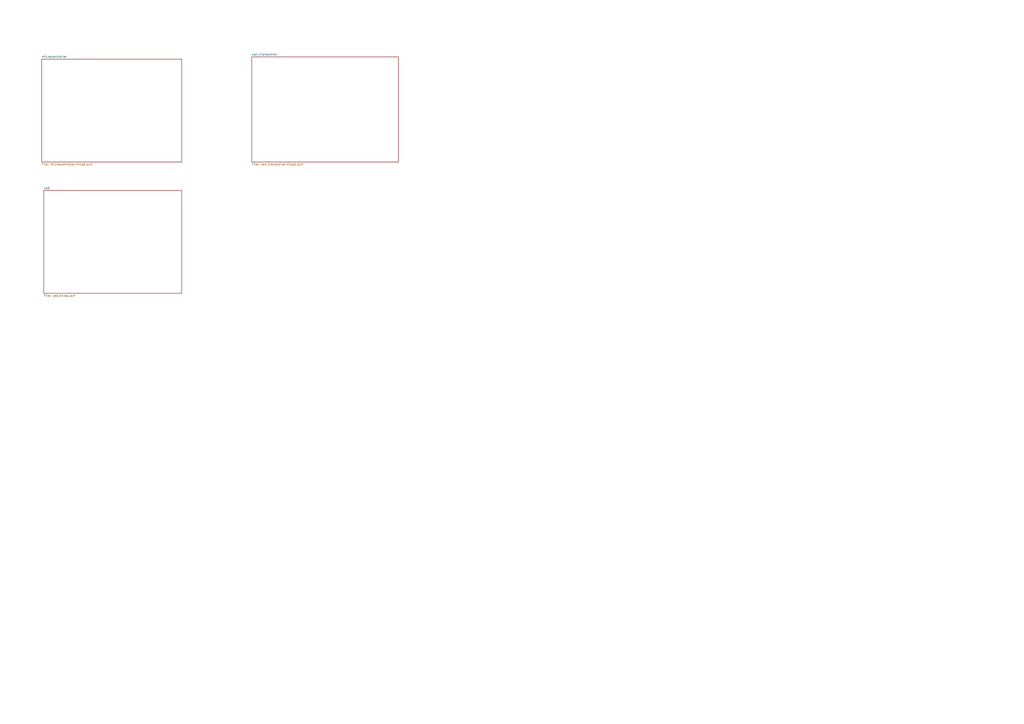
<source format=kicad_sch>
(kicad_sch
	(version 20250114)
	(generator "eeschema")
	(generator_version "9.0")
	(uuid "7f1c7c45-fa4b-4772-81d9-7338c977dadb")
	(paper "A2")
	(title_block
		(title "Microcontroller")
		(date "2025-10-29")
		(rev "1")
		(company "Jachan")
	)
	(lib_symbols)
	(sheet
		(at 146.05 33.02)
		(size 85.09 60.96)
		(exclude_from_sim no)
		(in_bom yes)
		(on_board yes)
		(dnp no)
		(fields_autoplaced yes)
		(stroke
			(width 0.1524)
			(type solid)
		)
		(fill
			(color 0 0 0 0.0000)
		)
		(uuid "4d3b5463-1545-4370-ad5b-282dd0c05ec4")
		(property "Sheetname" "can_transceiver"
			(at 146.05 32.3084 0)
			(effects
				(font
					(size 1.27 1.27)
				)
				(justify left bottom)
			)
		)
		(property "Sheetfile" "can_transceiver.kicad_sch"
			(at 146.05 94.5646 0)
			(effects
				(font
					(size 1.27 1.27)
				)
				(justify left top)
			)
		)
		(instances
			(project "can_communication"
				(path "/7f1c7c45-fa4b-4772-81d9-7338c977dadb"
					(page "3")
				)
			)
		)
	)
	(sheet
		(at 25.4 110.49)
		(size 80.01 59.69)
		(exclude_from_sim no)
		(in_bom yes)
		(on_board yes)
		(dnp no)
		(fields_autoplaced yes)
		(stroke
			(width 0.1524)
			(type solid)
		)
		(fill
			(color 0 0 0 0.0000)
		)
		(uuid "d50fe5bd-f197-4cab-b7b5-7d0136d722b3")
		(property "Sheetname" "usb"
			(at 25.4 109.7784 0)
			(effects
				(font
					(size 1.27 1.27)
				)
				(justify left bottom)
			)
		)
		(property "Sheetfile" "usb.kicad_sch"
			(at 25.4 170.7646 0)
			(effects
				(font
					(size 1.27 1.27)
				)
				(justify left top)
			)
		)
		(instances
			(project "can_communication"
				(path "/7f1c7c45-fa4b-4772-81d9-7338c977dadb"
					(page "4")
				)
			)
		)
	)
	(sheet
		(at 24.13 34.29)
		(size 81.28 59.69)
		(exclude_from_sim no)
		(in_bom yes)
		(on_board yes)
		(dnp no)
		(fields_autoplaced yes)
		(stroke
			(width 0.1524)
			(type solid)
		)
		(fill
			(color 0 0 0 0.0000)
		)
		(uuid "e233710f-d5ed-4b23-a74e-8aa8c2c047df")
		(property "Sheetname" "microcontroller"
			(at 24.13 33.5784 0)
			(effects
				(font
					(size 1.27 1.27)
				)
				(justify left bottom)
			)
		)
		(property "Sheetfile" "microcontroller.kicad_sch"
			(at 24.13 94.5646 0)
			(effects
				(font
					(size 1.27 1.27)
				)
				(justify left top)
			)
		)
		(instances
			(project "can_communication"
				(path "/7f1c7c45-fa4b-4772-81d9-7338c977dadb"
					(page "2")
				)
			)
		)
	)
	(sheet_instances
		(path "/"
			(page "1")
		)
	)
	(embedded_fonts no)
)

</source>
